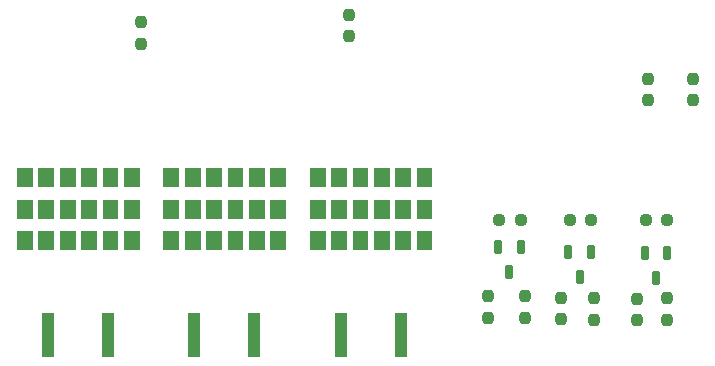
<source format=gbr>
%TF.GenerationSoftware,KiCad,Pcbnew,8.0.5*%
%TF.CreationDate,2024-10-09T10:19:28-04:00*%
%TF.ProjectId,Scout_Board,53636f75-745f-4426-9f61-72642e6b6963,rev?*%
%TF.SameCoordinates,Original*%
%TF.FileFunction,Paste,Bot*%
%TF.FilePolarity,Positive*%
%FSLAX46Y46*%
G04 Gerber Fmt 4.6, Leading zero omitted, Abs format (unit mm)*
G04 Created by KiCad (PCBNEW 8.0.5) date 2024-10-09 10:19:28*
%MOMM*%
%LPD*%
G01*
G04 APERTURE LIST*
G04 Aperture macros list*
%AMRoundRect*
0 Rectangle with rounded corners*
0 $1 Rounding radius*
0 $2 $3 $4 $5 $6 $7 $8 $9 X,Y pos of 4 corners*
0 Add a 4 corners polygon primitive as box body*
4,1,4,$2,$3,$4,$5,$6,$7,$8,$9,$2,$3,0*
0 Add four circle primitives for the rounded corners*
1,1,$1+$1,$2,$3*
1,1,$1+$1,$4,$5*
1,1,$1+$1,$6,$7*
1,1,$1+$1,$8,$9*
0 Add four rect primitives between the rounded corners*
20,1,$1+$1,$2,$3,$4,$5,0*
20,1,$1+$1,$4,$5,$6,$7,0*
20,1,$1+$1,$6,$7,$8,$9,0*
20,1,$1+$1,$8,$9,$2,$3,0*%
G04 Aperture macros list end*
%ADD10C,0.010000*%
%ADD11RoundRect,0.237500X-0.237500X0.250000X-0.237500X-0.250000X0.237500X-0.250000X0.237500X0.250000X0*%
%ADD12RoundRect,0.237500X0.237500X-0.250000X0.237500X0.250000X-0.237500X0.250000X-0.237500X-0.250000X0*%
%ADD13RoundRect,0.132500X0.397500X-1.757500X0.397500X1.757500X-0.397500X1.757500X-0.397500X-1.757500X0*%
%ADD14RoundRect,0.237500X-0.250000X-0.237500X0.250000X-0.237500X0.250000X0.237500X-0.250000X0.237500X0*%
%ADD15RoundRect,0.075000X-0.225000X0.540000X-0.225000X-0.540000X0.225000X-0.540000X0.225000X0.540000X0*%
G04 APERTURE END LIST*
D10*
%TO.C,MOSFET1*%
X201220000Y-158915000D02*
X199970000Y-158915000D01*
X199970000Y-157365000D01*
X201220000Y-157365000D01*
X201220000Y-158915000D01*
G36*
X201220000Y-158915000D02*
G01*
X199970000Y-158915000D01*
X199970000Y-157365000D01*
X201220000Y-157365000D01*
X201220000Y-158915000D01*
G37*
X201220000Y-161585000D02*
X199970000Y-161585000D01*
X199970000Y-160035000D01*
X201220000Y-160035000D01*
X201220000Y-161585000D01*
G36*
X201220000Y-161585000D02*
G01*
X199970000Y-161585000D01*
X199970000Y-160035000D01*
X201220000Y-160035000D01*
X201220000Y-161585000D01*
G37*
X201220000Y-164255000D02*
X199970000Y-164255000D01*
X199970000Y-162705000D01*
X201220000Y-162705000D01*
X201220000Y-164255000D01*
G36*
X201220000Y-164255000D02*
G01*
X199970000Y-164255000D01*
X199970000Y-162705000D01*
X201220000Y-162705000D01*
X201220000Y-164255000D01*
G37*
X203030000Y-158915000D02*
X201780000Y-158915000D01*
X201780000Y-157365000D01*
X203030000Y-157365000D01*
X203030000Y-158915000D01*
G36*
X203030000Y-158915000D02*
G01*
X201780000Y-158915000D01*
X201780000Y-157365000D01*
X203030000Y-157365000D01*
X203030000Y-158915000D01*
G37*
X203030000Y-161585000D02*
X201780000Y-161585000D01*
X201780000Y-160035000D01*
X203030000Y-160035000D01*
X203030000Y-161585000D01*
G36*
X203030000Y-161585000D02*
G01*
X201780000Y-161585000D01*
X201780000Y-160035000D01*
X203030000Y-160035000D01*
X203030000Y-161585000D01*
G37*
X203030000Y-164255000D02*
X201780000Y-164255000D01*
X201780000Y-162705000D01*
X203030000Y-162705000D01*
X203030000Y-164255000D01*
G36*
X203030000Y-164255000D02*
G01*
X201780000Y-164255000D01*
X201780000Y-162705000D01*
X203030000Y-162705000D01*
X203030000Y-164255000D01*
G37*
X204840000Y-158915000D02*
X203590000Y-158915000D01*
X203590000Y-157365000D01*
X204840000Y-157365000D01*
X204840000Y-158915000D01*
G36*
X204840000Y-158915000D02*
G01*
X203590000Y-158915000D01*
X203590000Y-157365000D01*
X204840000Y-157365000D01*
X204840000Y-158915000D01*
G37*
X204840000Y-161585000D02*
X203590000Y-161585000D01*
X203590000Y-160035000D01*
X204840000Y-160035000D01*
X204840000Y-161585000D01*
G36*
X204840000Y-161585000D02*
G01*
X203590000Y-161585000D01*
X203590000Y-160035000D01*
X204840000Y-160035000D01*
X204840000Y-161585000D01*
G37*
X204840000Y-164255000D02*
X203590000Y-164255000D01*
X203590000Y-162705000D01*
X204840000Y-162705000D01*
X204840000Y-164255000D01*
G36*
X204840000Y-164255000D02*
G01*
X203590000Y-164255000D01*
X203590000Y-162705000D01*
X204840000Y-162705000D01*
X204840000Y-164255000D01*
G37*
X206650000Y-158915000D02*
X205400000Y-158915000D01*
X205400000Y-157365000D01*
X206650000Y-157365000D01*
X206650000Y-158915000D01*
G36*
X206650000Y-158915000D02*
G01*
X205400000Y-158915000D01*
X205400000Y-157365000D01*
X206650000Y-157365000D01*
X206650000Y-158915000D01*
G37*
X206650000Y-161585000D02*
X205400000Y-161585000D01*
X205400000Y-160035000D01*
X206650000Y-160035000D01*
X206650000Y-161585000D01*
G36*
X206650000Y-161585000D02*
G01*
X205400000Y-161585000D01*
X205400000Y-160035000D01*
X206650000Y-160035000D01*
X206650000Y-161585000D01*
G37*
X206650000Y-164255000D02*
X205400000Y-164255000D01*
X205400000Y-162705000D01*
X206650000Y-162705000D01*
X206650000Y-164255000D01*
G36*
X206650000Y-164255000D02*
G01*
X205400000Y-164255000D01*
X205400000Y-162705000D01*
X206650000Y-162705000D01*
X206650000Y-164255000D01*
G37*
X208460000Y-158915000D02*
X207210000Y-158915000D01*
X207210000Y-157365000D01*
X208460000Y-157365000D01*
X208460000Y-158915000D01*
G36*
X208460000Y-158915000D02*
G01*
X207210000Y-158915000D01*
X207210000Y-157365000D01*
X208460000Y-157365000D01*
X208460000Y-158915000D01*
G37*
X208460000Y-161585000D02*
X207210000Y-161585000D01*
X207210000Y-160035000D01*
X208460000Y-160035000D01*
X208460000Y-161585000D01*
G36*
X208460000Y-161585000D02*
G01*
X207210000Y-161585000D01*
X207210000Y-160035000D01*
X208460000Y-160035000D01*
X208460000Y-161585000D01*
G37*
X208460000Y-164255000D02*
X207210000Y-164255000D01*
X207210000Y-162705000D01*
X208460000Y-162705000D01*
X208460000Y-164255000D01*
G36*
X208460000Y-164255000D02*
G01*
X207210000Y-164255000D01*
X207210000Y-162705000D01*
X208460000Y-162705000D01*
X208460000Y-164255000D01*
G37*
X210270000Y-158915000D02*
X209020000Y-158915000D01*
X209020000Y-157365000D01*
X210270000Y-157365000D01*
X210270000Y-158915000D01*
G36*
X210270000Y-158915000D02*
G01*
X209020000Y-158915000D01*
X209020000Y-157365000D01*
X210270000Y-157365000D01*
X210270000Y-158915000D01*
G37*
X210270000Y-161585000D02*
X209020000Y-161585000D01*
X209020000Y-160035000D01*
X210270000Y-160035000D01*
X210270000Y-161585000D01*
G36*
X210270000Y-161585000D02*
G01*
X209020000Y-161585000D01*
X209020000Y-160035000D01*
X210270000Y-160035000D01*
X210270000Y-161585000D01*
G37*
X210270000Y-164255000D02*
X209020000Y-164255000D01*
X209020000Y-162705000D01*
X210270000Y-162705000D01*
X210270000Y-164255000D01*
G36*
X210270000Y-164255000D02*
G01*
X209020000Y-164255000D01*
X209020000Y-162705000D01*
X210270000Y-162705000D01*
X210270000Y-164255000D01*
G37*
%TO.C,MOSFET2*%
X188830000Y-158915000D02*
X187580000Y-158915000D01*
X187580000Y-157365000D01*
X188830000Y-157365000D01*
X188830000Y-158915000D01*
G36*
X188830000Y-158915000D02*
G01*
X187580000Y-158915000D01*
X187580000Y-157365000D01*
X188830000Y-157365000D01*
X188830000Y-158915000D01*
G37*
X188830000Y-161585000D02*
X187580000Y-161585000D01*
X187580000Y-160035000D01*
X188830000Y-160035000D01*
X188830000Y-161585000D01*
G36*
X188830000Y-161585000D02*
G01*
X187580000Y-161585000D01*
X187580000Y-160035000D01*
X188830000Y-160035000D01*
X188830000Y-161585000D01*
G37*
X188830000Y-164255000D02*
X187580000Y-164255000D01*
X187580000Y-162705000D01*
X188830000Y-162705000D01*
X188830000Y-164255000D01*
G36*
X188830000Y-164255000D02*
G01*
X187580000Y-164255000D01*
X187580000Y-162705000D01*
X188830000Y-162705000D01*
X188830000Y-164255000D01*
G37*
X190640000Y-158915000D02*
X189390000Y-158915000D01*
X189390000Y-157365000D01*
X190640000Y-157365000D01*
X190640000Y-158915000D01*
G36*
X190640000Y-158915000D02*
G01*
X189390000Y-158915000D01*
X189390000Y-157365000D01*
X190640000Y-157365000D01*
X190640000Y-158915000D01*
G37*
X190640000Y-161585000D02*
X189390000Y-161585000D01*
X189390000Y-160035000D01*
X190640000Y-160035000D01*
X190640000Y-161585000D01*
G36*
X190640000Y-161585000D02*
G01*
X189390000Y-161585000D01*
X189390000Y-160035000D01*
X190640000Y-160035000D01*
X190640000Y-161585000D01*
G37*
X190640000Y-164255000D02*
X189390000Y-164255000D01*
X189390000Y-162705000D01*
X190640000Y-162705000D01*
X190640000Y-164255000D01*
G36*
X190640000Y-164255000D02*
G01*
X189390000Y-164255000D01*
X189390000Y-162705000D01*
X190640000Y-162705000D01*
X190640000Y-164255000D01*
G37*
X192450000Y-158915000D02*
X191200000Y-158915000D01*
X191200000Y-157365000D01*
X192450000Y-157365000D01*
X192450000Y-158915000D01*
G36*
X192450000Y-158915000D02*
G01*
X191200000Y-158915000D01*
X191200000Y-157365000D01*
X192450000Y-157365000D01*
X192450000Y-158915000D01*
G37*
X192450000Y-161585000D02*
X191200000Y-161585000D01*
X191200000Y-160035000D01*
X192450000Y-160035000D01*
X192450000Y-161585000D01*
G36*
X192450000Y-161585000D02*
G01*
X191200000Y-161585000D01*
X191200000Y-160035000D01*
X192450000Y-160035000D01*
X192450000Y-161585000D01*
G37*
X192450000Y-164255000D02*
X191200000Y-164255000D01*
X191200000Y-162705000D01*
X192450000Y-162705000D01*
X192450000Y-164255000D01*
G36*
X192450000Y-164255000D02*
G01*
X191200000Y-164255000D01*
X191200000Y-162705000D01*
X192450000Y-162705000D01*
X192450000Y-164255000D01*
G37*
X194260000Y-158915000D02*
X193010000Y-158915000D01*
X193010000Y-157365000D01*
X194260000Y-157365000D01*
X194260000Y-158915000D01*
G36*
X194260000Y-158915000D02*
G01*
X193010000Y-158915000D01*
X193010000Y-157365000D01*
X194260000Y-157365000D01*
X194260000Y-158915000D01*
G37*
X194260000Y-161585000D02*
X193010000Y-161585000D01*
X193010000Y-160035000D01*
X194260000Y-160035000D01*
X194260000Y-161585000D01*
G36*
X194260000Y-161585000D02*
G01*
X193010000Y-161585000D01*
X193010000Y-160035000D01*
X194260000Y-160035000D01*
X194260000Y-161585000D01*
G37*
X194260000Y-164255000D02*
X193010000Y-164255000D01*
X193010000Y-162705000D01*
X194260000Y-162705000D01*
X194260000Y-164255000D01*
G36*
X194260000Y-164255000D02*
G01*
X193010000Y-164255000D01*
X193010000Y-162705000D01*
X194260000Y-162705000D01*
X194260000Y-164255000D01*
G37*
X196070000Y-158915000D02*
X194820000Y-158915000D01*
X194820000Y-157365000D01*
X196070000Y-157365000D01*
X196070000Y-158915000D01*
G36*
X196070000Y-158915000D02*
G01*
X194820000Y-158915000D01*
X194820000Y-157365000D01*
X196070000Y-157365000D01*
X196070000Y-158915000D01*
G37*
X196070000Y-161585000D02*
X194820000Y-161585000D01*
X194820000Y-160035000D01*
X196070000Y-160035000D01*
X196070000Y-161585000D01*
G36*
X196070000Y-161585000D02*
G01*
X194820000Y-161585000D01*
X194820000Y-160035000D01*
X196070000Y-160035000D01*
X196070000Y-161585000D01*
G37*
X196070000Y-164255000D02*
X194820000Y-164255000D01*
X194820000Y-162705000D01*
X196070000Y-162705000D01*
X196070000Y-164255000D01*
G36*
X196070000Y-164255000D02*
G01*
X194820000Y-164255000D01*
X194820000Y-162705000D01*
X196070000Y-162705000D01*
X196070000Y-164255000D01*
G37*
X197880000Y-158915000D02*
X196630000Y-158915000D01*
X196630000Y-157365000D01*
X197880000Y-157365000D01*
X197880000Y-158915000D01*
G36*
X197880000Y-158915000D02*
G01*
X196630000Y-158915000D01*
X196630000Y-157365000D01*
X197880000Y-157365000D01*
X197880000Y-158915000D01*
G37*
X197880000Y-161585000D02*
X196630000Y-161585000D01*
X196630000Y-160035000D01*
X197880000Y-160035000D01*
X197880000Y-161585000D01*
G36*
X197880000Y-161585000D02*
G01*
X196630000Y-161585000D01*
X196630000Y-160035000D01*
X197880000Y-160035000D01*
X197880000Y-161585000D01*
G37*
X197880000Y-164255000D02*
X196630000Y-164255000D01*
X196630000Y-162705000D01*
X197880000Y-162705000D01*
X197880000Y-164255000D01*
G36*
X197880000Y-164255000D02*
G01*
X196630000Y-164255000D01*
X196630000Y-162705000D01*
X197880000Y-162705000D01*
X197880000Y-164255000D01*
G37*
%TO.C,MOSFET3*%
X176440000Y-158915000D02*
X175190000Y-158915000D01*
X175190000Y-157365000D01*
X176440000Y-157365000D01*
X176440000Y-158915000D01*
G36*
X176440000Y-158915000D02*
G01*
X175190000Y-158915000D01*
X175190000Y-157365000D01*
X176440000Y-157365000D01*
X176440000Y-158915000D01*
G37*
X176440000Y-161585000D02*
X175190000Y-161585000D01*
X175190000Y-160035000D01*
X176440000Y-160035000D01*
X176440000Y-161585000D01*
G36*
X176440000Y-161585000D02*
G01*
X175190000Y-161585000D01*
X175190000Y-160035000D01*
X176440000Y-160035000D01*
X176440000Y-161585000D01*
G37*
X176440000Y-164255000D02*
X175190000Y-164255000D01*
X175190000Y-162705000D01*
X176440000Y-162705000D01*
X176440000Y-164255000D01*
G36*
X176440000Y-164255000D02*
G01*
X175190000Y-164255000D01*
X175190000Y-162705000D01*
X176440000Y-162705000D01*
X176440000Y-164255000D01*
G37*
X178250000Y-158915000D02*
X177000000Y-158915000D01*
X177000000Y-157365000D01*
X178250000Y-157365000D01*
X178250000Y-158915000D01*
G36*
X178250000Y-158915000D02*
G01*
X177000000Y-158915000D01*
X177000000Y-157365000D01*
X178250000Y-157365000D01*
X178250000Y-158915000D01*
G37*
X178250000Y-161585000D02*
X177000000Y-161585000D01*
X177000000Y-160035000D01*
X178250000Y-160035000D01*
X178250000Y-161585000D01*
G36*
X178250000Y-161585000D02*
G01*
X177000000Y-161585000D01*
X177000000Y-160035000D01*
X178250000Y-160035000D01*
X178250000Y-161585000D01*
G37*
X178250000Y-164255000D02*
X177000000Y-164255000D01*
X177000000Y-162705000D01*
X178250000Y-162705000D01*
X178250000Y-164255000D01*
G36*
X178250000Y-164255000D02*
G01*
X177000000Y-164255000D01*
X177000000Y-162705000D01*
X178250000Y-162705000D01*
X178250000Y-164255000D01*
G37*
X180060000Y-158915000D02*
X178810000Y-158915000D01*
X178810000Y-157365000D01*
X180060000Y-157365000D01*
X180060000Y-158915000D01*
G36*
X180060000Y-158915000D02*
G01*
X178810000Y-158915000D01*
X178810000Y-157365000D01*
X180060000Y-157365000D01*
X180060000Y-158915000D01*
G37*
X180060000Y-161585000D02*
X178810000Y-161585000D01*
X178810000Y-160035000D01*
X180060000Y-160035000D01*
X180060000Y-161585000D01*
G36*
X180060000Y-161585000D02*
G01*
X178810000Y-161585000D01*
X178810000Y-160035000D01*
X180060000Y-160035000D01*
X180060000Y-161585000D01*
G37*
X180060000Y-164255000D02*
X178810000Y-164255000D01*
X178810000Y-162705000D01*
X180060000Y-162705000D01*
X180060000Y-164255000D01*
G36*
X180060000Y-164255000D02*
G01*
X178810000Y-164255000D01*
X178810000Y-162705000D01*
X180060000Y-162705000D01*
X180060000Y-164255000D01*
G37*
X181870000Y-158915000D02*
X180620000Y-158915000D01*
X180620000Y-157365000D01*
X181870000Y-157365000D01*
X181870000Y-158915000D01*
G36*
X181870000Y-158915000D02*
G01*
X180620000Y-158915000D01*
X180620000Y-157365000D01*
X181870000Y-157365000D01*
X181870000Y-158915000D01*
G37*
X181870000Y-161585000D02*
X180620000Y-161585000D01*
X180620000Y-160035000D01*
X181870000Y-160035000D01*
X181870000Y-161585000D01*
G36*
X181870000Y-161585000D02*
G01*
X180620000Y-161585000D01*
X180620000Y-160035000D01*
X181870000Y-160035000D01*
X181870000Y-161585000D01*
G37*
X181870000Y-164255000D02*
X180620000Y-164255000D01*
X180620000Y-162705000D01*
X181870000Y-162705000D01*
X181870000Y-164255000D01*
G36*
X181870000Y-164255000D02*
G01*
X180620000Y-164255000D01*
X180620000Y-162705000D01*
X181870000Y-162705000D01*
X181870000Y-164255000D01*
G37*
X183680000Y-158915000D02*
X182430000Y-158915000D01*
X182430000Y-157365000D01*
X183680000Y-157365000D01*
X183680000Y-158915000D01*
G36*
X183680000Y-158915000D02*
G01*
X182430000Y-158915000D01*
X182430000Y-157365000D01*
X183680000Y-157365000D01*
X183680000Y-158915000D01*
G37*
X183680000Y-161585000D02*
X182430000Y-161585000D01*
X182430000Y-160035000D01*
X183680000Y-160035000D01*
X183680000Y-161585000D01*
G36*
X183680000Y-161585000D02*
G01*
X182430000Y-161585000D01*
X182430000Y-160035000D01*
X183680000Y-160035000D01*
X183680000Y-161585000D01*
G37*
X183680000Y-164255000D02*
X182430000Y-164255000D01*
X182430000Y-162705000D01*
X183680000Y-162705000D01*
X183680000Y-164255000D01*
G36*
X183680000Y-164255000D02*
G01*
X182430000Y-164255000D01*
X182430000Y-162705000D01*
X183680000Y-162705000D01*
X183680000Y-164255000D01*
G37*
X185490000Y-158915000D02*
X184240000Y-158915000D01*
X184240000Y-157365000D01*
X185490000Y-157365000D01*
X185490000Y-158915000D01*
G36*
X185490000Y-158915000D02*
G01*
X184240000Y-158915000D01*
X184240000Y-157365000D01*
X185490000Y-157365000D01*
X185490000Y-158915000D01*
G37*
X185490000Y-161585000D02*
X184240000Y-161585000D01*
X184240000Y-160035000D01*
X185490000Y-160035000D01*
X185490000Y-161585000D01*
G36*
X185490000Y-161585000D02*
G01*
X184240000Y-161585000D01*
X184240000Y-160035000D01*
X185490000Y-160035000D01*
X185490000Y-161585000D01*
G37*
X185490000Y-164255000D02*
X184240000Y-164255000D01*
X184240000Y-162705000D01*
X185490000Y-162705000D01*
X185490000Y-164255000D01*
G36*
X185490000Y-164255000D02*
G01*
X184240000Y-164255000D01*
X184240000Y-162705000D01*
X185490000Y-162705000D01*
X185490000Y-164255000D01*
G37*
%TD*%
D11*
%TO.C,R13*%
X224028000Y-168402000D03*
X224028000Y-170227000D03*
%TD*%
D12*
%TO.C,R14*%
X221234000Y-170180000D03*
X221234000Y-168355000D03*
%TD*%
D13*
%TO.C,MOSFET1*%
X207660000Y-171500000D03*
X202580000Y-171500000D03*
%TD*%
D14*
%TO.C,R29*%
X216003500Y-161754000D03*
X217828500Y-161754000D03*
%TD*%
D15*
%TO.C,Q2*%
X221874000Y-164504000D03*
X223774000Y-164504000D03*
X222824000Y-166624000D03*
%TD*%
D12*
%TO.C,R31*%
X218186000Y-170032500D03*
X218186000Y-168207500D03*
%TD*%
D14*
%TO.C,R9*%
X228421000Y-161754000D03*
X230246000Y-161754000D03*
%TD*%
D15*
%TO.C,Q3*%
X215928500Y-164040000D03*
X217828500Y-164040000D03*
X216878500Y-166160000D03*
%TD*%
%TO.C,Q1*%
X228346000Y-164548000D03*
X230246000Y-164548000D03*
X229296000Y-166668000D03*
%TD*%
D11*
%TO.C,R8*%
X232410000Y-149813000D03*
X232410000Y-151638000D03*
%TD*%
D12*
%TO.C,R11*%
X230246000Y-170224000D03*
X230246000Y-168399000D03*
%TD*%
D11*
%TO.C,R10*%
X227706000Y-168446000D03*
X227706000Y-170271000D03*
%TD*%
%TO.C,R1*%
X203303500Y-144375500D03*
X203303500Y-146200500D03*
%TD*%
%TO.C,R2*%
X185674000Y-145034000D03*
X185674000Y-146859000D03*
%TD*%
%TO.C,R7*%
X228600000Y-149813000D03*
X228600000Y-151638000D03*
%TD*%
D13*
%TO.C,MOSFET2*%
X195270000Y-171500000D03*
X190190000Y-171500000D03*
%TD*%
D11*
%TO.C,R30*%
X215034500Y-168207500D03*
X215034500Y-170032500D03*
%TD*%
D13*
%TO.C,MOSFET3*%
X182880000Y-171500000D03*
X177800000Y-171500000D03*
%TD*%
D14*
%TO.C,R12*%
X221996000Y-161798000D03*
X223821000Y-161798000D03*
%TD*%
M02*

</source>
